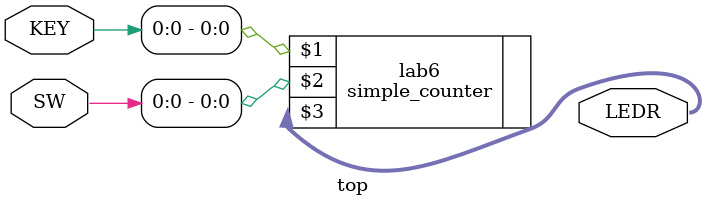
<source format=v>

module top (SW, KEY, LEDR);

    input wire [9:0] SW;        // DE-series switches
    input wire [3:0] KEY;       // DE-series pushbuttons

    output wire [9:0] LEDR;     // DE-series LEDs   

    simple_counter lab6 (KEY[0], SW[0], LEDR);
 
endmodule


</source>
